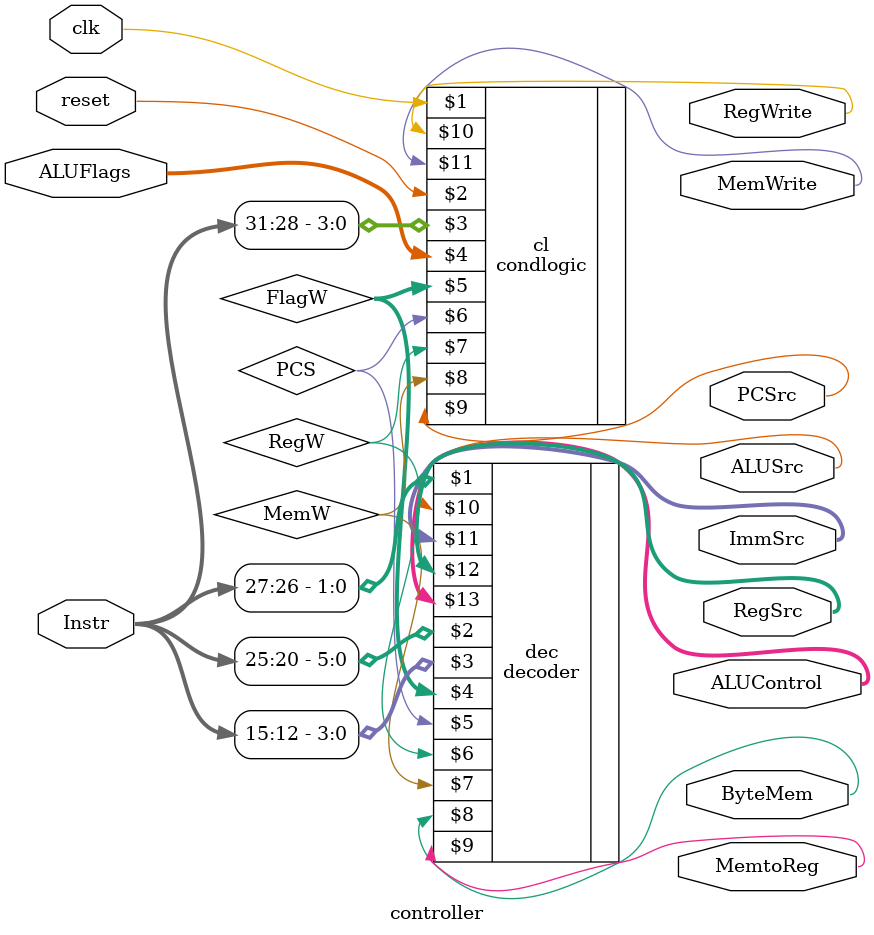
<source format=sv>
module controller
(
	input logic clk, reset,
	input logic [31:12] Instr,
	input logic [3:0] ALUFlags,
	output logic [1:0] RegSrc,
	output logic RegWrite,
	output logic [1:0] ImmSrc,
	output logic ALUSrc,
	output logic [1:0] ALUControl,
	output logic MemWrite, MemtoReg, ByteMem, // ByteMem flag for ldrb, strb
	output logic PCSrc
);

	logic [1:0] FlagW;
	logic PCS, RegW, MemW;
	
	decoder dec(Instr[27:26], Instr[25:20], Instr[15:12],
					FlagW, PCS, RegW, MemW, ByteMem,
					MemtoReg, ALUSrc, ImmSrc, 
					RegSrc, ALUControl);
	
	condlogic cl(clk, reset, Instr[31:28], ALUFlags,
					FlagW, PCS, RegW, MemW,
					PCSrc, RegWrite, MemWrite);
					
endmodule
</source>
